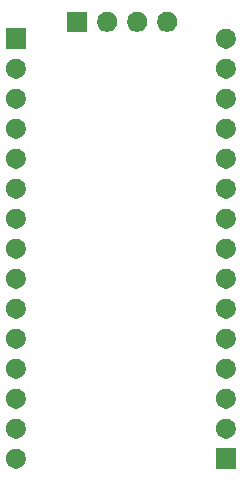
<source format=gbs>
G04 #@! TF.GenerationSoftware,KiCad,Pcbnew,9.0.7*
G04 #@! TF.CreationDate,2026-02-04T18:18:03+11:00*
G04 #@! TF.ProjectId,g3507-base,67333530-372d-4626-9173-652e6b696361,rev?*
G04 #@! TF.SameCoordinates,Original*
G04 #@! TF.FileFunction,Soldermask,Bot*
G04 #@! TF.FilePolarity,Negative*
%FSLAX46Y46*%
G04 Gerber Fmt 4.6, Leading zero omitted, Abs format (unit mm)*
G04 Created by KiCad (PCBNEW 9.0.7) date 2026-02-04 18:18:03*
%MOMM*%
%LPD*%
G01*
G04 APERTURE LIST*
G04 APERTURE END LIST*
G36*
X127850000Y-94830000D02*
G01*
X126150000Y-94830000D01*
X126150000Y-93130000D01*
X127850000Y-93130000D01*
X127850000Y-94830000D01*
G37*
G36*
X109466742Y-93166601D02*
G01*
X109620687Y-93230367D01*
X109759234Y-93322941D01*
X109877059Y-93440766D01*
X109969633Y-93579313D01*
X110033399Y-93733258D01*
X110065907Y-93896685D01*
X110065907Y-94063315D01*
X110033399Y-94226742D01*
X109969633Y-94380687D01*
X109877059Y-94519234D01*
X109759234Y-94637059D01*
X109620687Y-94729633D01*
X109466742Y-94793399D01*
X109303315Y-94825907D01*
X109136685Y-94825907D01*
X108973258Y-94793399D01*
X108819313Y-94729633D01*
X108680766Y-94637059D01*
X108562941Y-94519234D01*
X108470367Y-94380687D01*
X108406601Y-94226742D01*
X108374093Y-94063315D01*
X108374093Y-93896685D01*
X108406601Y-93733258D01*
X108470367Y-93579313D01*
X108562941Y-93440766D01*
X108680766Y-93322941D01*
X108819313Y-93230367D01*
X108973258Y-93166601D01*
X109136685Y-93134093D01*
X109303315Y-93134093D01*
X109466742Y-93166601D01*
G37*
G36*
X109466742Y-90626601D02*
G01*
X109620687Y-90690367D01*
X109759234Y-90782941D01*
X109877059Y-90900766D01*
X109969633Y-91039313D01*
X110033399Y-91193258D01*
X110065907Y-91356685D01*
X110065907Y-91523315D01*
X110033399Y-91686742D01*
X109969633Y-91840687D01*
X109877059Y-91979234D01*
X109759234Y-92097059D01*
X109620687Y-92189633D01*
X109466742Y-92253399D01*
X109303315Y-92285907D01*
X109136685Y-92285907D01*
X108973258Y-92253399D01*
X108819313Y-92189633D01*
X108680766Y-92097059D01*
X108562941Y-91979234D01*
X108470367Y-91840687D01*
X108406601Y-91686742D01*
X108374093Y-91523315D01*
X108374093Y-91356685D01*
X108406601Y-91193258D01*
X108470367Y-91039313D01*
X108562941Y-90900766D01*
X108680766Y-90782941D01*
X108819313Y-90690367D01*
X108973258Y-90626601D01*
X109136685Y-90594093D01*
X109303315Y-90594093D01*
X109466742Y-90626601D01*
G37*
G36*
X127246742Y-90626601D02*
G01*
X127400687Y-90690367D01*
X127539234Y-90782941D01*
X127657059Y-90900766D01*
X127749633Y-91039313D01*
X127813399Y-91193258D01*
X127845907Y-91356685D01*
X127845907Y-91523315D01*
X127813399Y-91686742D01*
X127749633Y-91840687D01*
X127657059Y-91979234D01*
X127539234Y-92097059D01*
X127400687Y-92189633D01*
X127246742Y-92253399D01*
X127083315Y-92285907D01*
X126916685Y-92285907D01*
X126753258Y-92253399D01*
X126599313Y-92189633D01*
X126460766Y-92097059D01*
X126342941Y-91979234D01*
X126250367Y-91840687D01*
X126186601Y-91686742D01*
X126154093Y-91523315D01*
X126154093Y-91356685D01*
X126186601Y-91193258D01*
X126250367Y-91039313D01*
X126342941Y-90900766D01*
X126460766Y-90782941D01*
X126599313Y-90690367D01*
X126753258Y-90626601D01*
X126916685Y-90594093D01*
X127083315Y-90594093D01*
X127246742Y-90626601D01*
G37*
G36*
X109466742Y-88086601D02*
G01*
X109620687Y-88150367D01*
X109759234Y-88242941D01*
X109877059Y-88360766D01*
X109969633Y-88499313D01*
X110033399Y-88653258D01*
X110065907Y-88816685D01*
X110065907Y-88983315D01*
X110033399Y-89146742D01*
X109969633Y-89300687D01*
X109877059Y-89439234D01*
X109759234Y-89557059D01*
X109620687Y-89649633D01*
X109466742Y-89713399D01*
X109303315Y-89745907D01*
X109136685Y-89745907D01*
X108973258Y-89713399D01*
X108819313Y-89649633D01*
X108680766Y-89557059D01*
X108562941Y-89439234D01*
X108470367Y-89300687D01*
X108406601Y-89146742D01*
X108374093Y-88983315D01*
X108374093Y-88816685D01*
X108406601Y-88653258D01*
X108470367Y-88499313D01*
X108562941Y-88360766D01*
X108680766Y-88242941D01*
X108819313Y-88150367D01*
X108973258Y-88086601D01*
X109136685Y-88054093D01*
X109303315Y-88054093D01*
X109466742Y-88086601D01*
G37*
G36*
X127246742Y-88086601D02*
G01*
X127400687Y-88150367D01*
X127539234Y-88242941D01*
X127657059Y-88360766D01*
X127749633Y-88499313D01*
X127813399Y-88653258D01*
X127845907Y-88816685D01*
X127845907Y-88983315D01*
X127813399Y-89146742D01*
X127749633Y-89300687D01*
X127657059Y-89439234D01*
X127539234Y-89557059D01*
X127400687Y-89649633D01*
X127246742Y-89713399D01*
X127083315Y-89745907D01*
X126916685Y-89745907D01*
X126753258Y-89713399D01*
X126599313Y-89649633D01*
X126460766Y-89557059D01*
X126342941Y-89439234D01*
X126250367Y-89300687D01*
X126186601Y-89146742D01*
X126154093Y-88983315D01*
X126154093Y-88816685D01*
X126186601Y-88653258D01*
X126250367Y-88499313D01*
X126342941Y-88360766D01*
X126460766Y-88242941D01*
X126599313Y-88150367D01*
X126753258Y-88086601D01*
X126916685Y-88054093D01*
X127083315Y-88054093D01*
X127246742Y-88086601D01*
G37*
G36*
X109466742Y-85546601D02*
G01*
X109620687Y-85610367D01*
X109759234Y-85702941D01*
X109877059Y-85820766D01*
X109969633Y-85959313D01*
X110033399Y-86113258D01*
X110065907Y-86276685D01*
X110065907Y-86443315D01*
X110033399Y-86606742D01*
X109969633Y-86760687D01*
X109877059Y-86899234D01*
X109759234Y-87017059D01*
X109620687Y-87109633D01*
X109466742Y-87173399D01*
X109303315Y-87205907D01*
X109136685Y-87205907D01*
X108973258Y-87173399D01*
X108819313Y-87109633D01*
X108680766Y-87017059D01*
X108562941Y-86899234D01*
X108470367Y-86760687D01*
X108406601Y-86606742D01*
X108374093Y-86443315D01*
X108374093Y-86276685D01*
X108406601Y-86113258D01*
X108470367Y-85959313D01*
X108562941Y-85820766D01*
X108680766Y-85702941D01*
X108819313Y-85610367D01*
X108973258Y-85546601D01*
X109136685Y-85514093D01*
X109303315Y-85514093D01*
X109466742Y-85546601D01*
G37*
G36*
X127246742Y-85546601D02*
G01*
X127400687Y-85610367D01*
X127539234Y-85702941D01*
X127657059Y-85820766D01*
X127749633Y-85959313D01*
X127813399Y-86113258D01*
X127845907Y-86276685D01*
X127845907Y-86443315D01*
X127813399Y-86606742D01*
X127749633Y-86760687D01*
X127657059Y-86899234D01*
X127539234Y-87017059D01*
X127400687Y-87109633D01*
X127246742Y-87173399D01*
X127083315Y-87205907D01*
X126916685Y-87205907D01*
X126753258Y-87173399D01*
X126599313Y-87109633D01*
X126460766Y-87017059D01*
X126342941Y-86899234D01*
X126250367Y-86760687D01*
X126186601Y-86606742D01*
X126154093Y-86443315D01*
X126154093Y-86276685D01*
X126186601Y-86113258D01*
X126250367Y-85959313D01*
X126342941Y-85820766D01*
X126460766Y-85702941D01*
X126599313Y-85610367D01*
X126753258Y-85546601D01*
X126916685Y-85514093D01*
X127083315Y-85514093D01*
X127246742Y-85546601D01*
G37*
G36*
X109466742Y-83006601D02*
G01*
X109620687Y-83070367D01*
X109759234Y-83162941D01*
X109877059Y-83280766D01*
X109969633Y-83419313D01*
X110033399Y-83573258D01*
X110065907Y-83736685D01*
X110065907Y-83903315D01*
X110033399Y-84066742D01*
X109969633Y-84220687D01*
X109877059Y-84359234D01*
X109759234Y-84477059D01*
X109620687Y-84569633D01*
X109466742Y-84633399D01*
X109303315Y-84665907D01*
X109136685Y-84665907D01*
X108973258Y-84633399D01*
X108819313Y-84569633D01*
X108680766Y-84477059D01*
X108562941Y-84359234D01*
X108470367Y-84220687D01*
X108406601Y-84066742D01*
X108374093Y-83903315D01*
X108374093Y-83736685D01*
X108406601Y-83573258D01*
X108470367Y-83419313D01*
X108562941Y-83280766D01*
X108680766Y-83162941D01*
X108819313Y-83070367D01*
X108973258Y-83006601D01*
X109136685Y-82974093D01*
X109303315Y-82974093D01*
X109466742Y-83006601D01*
G37*
G36*
X127246742Y-83006601D02*
G01*
X127400687Y-83070367D01*
X127539234Y-83162941D01*
X127657059Y-83280766D01*
X127749633Y-83419313D01*
X127813399Y-83573258D01*
X127845907Y-83736685D01*
X127845907Y-83903315D01*
X127813399Y-84066742D01*
X127749633Y-84220687D01*
X127657059Y-84359234D01*
X127539234Y-84477059D01*
X127400687Y-84569633D01*
X127246742Y-84633399D01*
X127083315Y-84665907D01*
X126916685Y-84665907D01*
X126753258Y-84633399D01*
X126599313Y-84569633D01*
X126460766Y-84477059D01*
X126342941Y-84359234D01*
X126250367Y-84220687D01*
X126186601Y-84066742D01*
X126154093Y-83903315D01*
X126154093Y-83736685D01*
X126186601Y-83573258D01*
X126250367Y-83419313D01*
X126342941Y-83280766D01*
X126460766Y-83162941D01*
X126599313Y-83070367D01*
X126753258Y-83006601D01*
X126916685Y-82974093D01*
X127083315Y-82974093D01*
X127246742Y-83006601D01*
G37*
G36*
X109466742Y-80466601D02*
G01*
X109620687Y-80530367D01*
X109759234Y-80622941D01*
X109877059Y-80740766D01*
X109969633Y-80879313D01*
X110033399Y-81033258D01*
X110065907Y-81196685D01*
X110065907Y-81363315D01*
X110033399Y-81526742D01*
X109969633Y-81680687D01*
X109877059Y-81819234D01*
X109759234Y-81937059D01*
X109620687Y-82029633D01*
X109466742Y-82093399D01*
X109303315Y-82125907D01*
X109136685Y-82125907D01*
X108973258Y-82093399D01*
X108819313Y-82029633D01*
X108680766Y-81937059D01*
X108562941Y-81819234D01*
X108470367Y-81680687D01*
X108406601Y-81526742D01*
X108374093Y-81363315D01*
X108374093Y-81196685D01*
X108406601Y-81033258D01*
X108470367Y-80879313D01*
X108562941Y-80740766D01*
X108680766Y-80622941D01*
X108819313Y-80530367D01*
X108973258Y-80466601D01*
X109136685Y-80434093D01*
X109303315Y-80434093D01*
X109466742Y-80466601D01*
G37*
G36*
X127246742Y-80466601D02*
G01*
X127400687Y-80530367D01*
X127539234Y-80622941D01*
X127657059Y-80740766D01*
X127749633Y-80879313D01*
X127813399Y-81033258D01*
X127845907Y-81196685D01*
X127845907Y-81363315D01*
X127813399Y-81526742D01*
X127749633Y-81680687D01*
X127657059Y-81819234D01*
X127539234Y-81937059D01*
X127400687Y-82029633D01*
X127246742Y-82093399D01*
X127083315Y-82125907D01*
X126916685Y-82125907D01*
X126753258Y-82093399D01*
X126599313Y-82029633D01*
X126460766Y-81937059D01*
X126342941Y-81819234D01*
X126250367Y-81680687D01*
X126186601Y-81526742D01*
X126154093Y-81363315D01*
X126154093Y-81196685D01*
X126186601Y-81033258D01*
X126250367Y-80879313D01*
X126342941Y-80740766D01*
X126460766Y-80622941D01*
X126599313Y-80530367D01*
X126753258Y-80466601D01*
X126916685Y-80434093D01*
X127083315Y-80434093D01*
X127246742Y-80466601D01*
G37*
G36*
X109466742Y-77926601D02*
G01*
X109620687Y-77990367D01*
X109759234Y-78082941D01*
X109877059Y-78200766D01*
X109969633Y-78339313D01*
X110033399Y-78493258D01*
X110065907Y-78656685D01*
X110065907Y-78823315D01*
X110033399Y-78986742D01*
X109969633Y-79140687D01*
X109877059Y-79279234D01*
X109759234Y-79397059D01*
X109620687Y-79489633D01*
X109466742Y-79553399D01*
X109303315Y-79585907D01*
X109136685Y-79585907D01*
X108973258Y-79553399D01*
X108819313Y-79489633D01*
X108680766Y-79397059D01*
X108562941Y-79279234D01*
X108470367Y-79140687D01*
X108406601Y-78986742D01*
X108374093Y-78823315D01*
X108374093Y-78656685D01*
X108406601Y-78493258D01*
X108470367Y-78339313D01*
X108562941Y-78200766D01*
X108680766Y-78082941D01*
X108819313Y-77990367D01*
X108973258Y-77926601D01*
X109136685Y-77894093D01*
X109303315Y-77894093D01*
X109466742Y-77926601D01*
G37*
G36*
X127246742Y-77926601D02*
G01*
X127400687Y-77990367D01*
X127539234Y-78082941D01*
X127657059Y-78200766D01*
X127749633Y-78339313D01*
X127813399Y-78493258D01*
X127845907Y-78656685D01*
X127845907Y-78823315D01*
X127813399Y-78986742D01*
X127749633Y-79140687D01*
X127657059Y-79279234D01*
X127539234Y-79397059D01*
X127400687Y-79489633D01*
X127246742Y-79553399D01*
X127083315Y-79585907D01*
X126916685Y-79585907D01*
X126753258Y-79553399D01*
X126599313Y-79489633D01*
X126460766Y-79397059D01*
X126342941Y-79279234D01*
X126250367Y-79140687D01*
X126186601Y-78986742D01*
X126154093Y-78823315D01*
X126154093Y-78656685D01*
X126186601Y-78493258D01*
X126250367Y-78339313D01*
X126342941Y-78200766D01*
X126460766Y-78082941D01*
X126599313Y-77990367D01*
X126753258Y-77926601D01*
X126916685Y-77894093D01*
X127083315Y-77894093D01*
X127246742Y-77926601D01*
G37*
G36*
X109466742Y-75386601D02*
G01*
X109620687Y-75450367D01*
X109759234Y-75542941D01*
X109877059Y-75660766D01*
X109969633Y-75799313D01*
X110033399Y-75953258D01*
X110065907Y-76116685D01*
X110065907Y-76283315D01*
X110033399Y-76446742D01*
X109969633Y-76600687D01*
X109877059Y-76739234D01*
X109759234Y-76857059D01*
X109620687Y-76949633D01*
X109466742Y-77013399D01*
X109303315Y-77045907D01*
X109136685Y-77045907D01*
X108973258Y-77013399D01*
X108819313Y-76949633D01*
X108680766Y-76857059D01*
X108562941Y-76739234D01*
X108470367Y-76600687D01*
X108406601Y-76446742D01*
X108374093Y-76283315D01*
X108374093Y-76116685D01*
X108406601Y-75953258D01*
X108470367Y-75799313D01*
X108562941Y-75660766D01*
X108680766Y-75542941D01*
X108819313Y-75450367D01*
X108973258Y-75386601D01*
X109136685Y-75354093D01*
X109303315Y-75354093D01*
X109466742Y-75386601D01*
G37*
G36*
X127246742Y-75386601D02*
G01*
X127400687Y-75450367D01*
X127539234Y-75542941D01*
X127657059Y-75660766D01*
X127749633Y-75799313D01*
X127813399Y-75953258D01*
X127845907Y-76116685D01*
X127845907Y-76283315D01*
X127813399Y-76446742D01*
X127749633Y-76600687D01*
X127657059Y-76739234D01*
X127539234Y-76857059D01*
X127400687Y-76949633D01*
X127246742Y-77013399D01*
X127083315Y-77045907D01*
X126916685Y-77045907D01*
X126753258Y-77013399D01*
X126599313Y-76949633D01*
X126460766Y-76857059D01*
X126342941Y-76739234D01*
X126250367Y-76600687D01*
X126186601Y-76446742D01*
X126154093Y-76283315D01*
X126154093Y-76116685D01*
X126186601Y-75953258D01*
X126250367Y-75799313D01*
X126342941Y-75660766D01*
X126460766Y-75542941D01*
X126599313Y-75450367D01*
X126753258Y-75386601D01*
X126916685Y-75354093D01*
X127083315Y-75354093D01*
X127246742Y-75386601D01*
G37*
G36*
X109466742Y-72846601D02*
G01*
X109620687Y-72910367D01*
X109759234Y-73002941D01*
X109877059Y-73120766D01*
X109969633Y-73259313D01*
X110033399Y-73413258D01*
X110065907Y-73576685D01*
X110065907Y-73743315D01*
X110033399Y-73906742D01*
X109969633Y-74060687D01*
X109877059Y-74199234D01*
X109759234Y-74317059D01*
X109620687Y-74409633D01*
X109466742Y-74473399D01*
X109303315Y-74505907D01*
X109136685Y-74505907D01*
X108973258Y-74473399D01*
X108819313Y-74409633D01*
X108680766Y-74317059D01*
X108562941Y-74199234D01*
X108470367Y-74060687D01*
X108406601Y-73906742D01*
X108374093Y-73743315D01*
X108374093Y-73576685D01*
X108406601Y-73413258D01*
X108470367Y-73259313D01*
X108562941Y-73120766D01*
X108680766Y-73002941D01*
X108819313Y-72910367D01*
X108973258Y-72846601D01*
X109136685Y-72814093D01*
X109303315Y-72814093D01*
X109466742Y-72846601D01*
G37*
G36*
X127246742Y-72846601D02*
G01*
X127400687Y-72910367D01*
X127539234Y-73002941D01*
X127657059Y-73120766D01*
X127749633Y-73259313D01*
X127813399Y-73413258D01*
X127845907Y-73576685D01*
X127845907Y-73743315D01*
X127813399Y-73906742D01*
X127749633Y-74060687D01*
X127657059Y-74199234D01*
X127539234Y-74317059D01*
X127400687Y-74409633D01*
X127246742Y-74473399D01*
X127083315Y-74505907D01*
X126916685Y-74505907D01*
X126753258Y-74473399D01*
X126599313Y-74409633D01*
X126460766Y-74317059D01*
X126342941Y-74199234D01*
X126250367Y-74060687D01*
X126186601Y-73906742D01*
X126154093Y-73743315D01*
X126154093Y-73576685D01*
X126186601Y-73413258D01*
X126250367Y-73259313D01*
X126342941Y-73120766D01*
X126460766Y-73002941D01*
X126599313Y-72910367D01*
X126753258Y-72846601D01*
X126916685Y-72814093D01*
X127083315Y-72814093D01*
X127246742Y-72846601D01*
G37*
G36*
X109466742Y-70306601D02*
G01*
X109620687Y-70370367D01*
X109759234Y-70462941D01*
X109877059Y-70580766D01*
X109969633Y-70719313D01*
X110033399Y-70873258D01*
X110065907Y-71036685D01*
X110065907Y-71203315D01*
X110033399Y-71366742D01*
X109969633Y-71520687D01*
X109877059Y-71659234D01*
X109759234Y-71777059D01*
X109620687Y-71869633D01*
X109466742Y-71933399D01*
X109303315Y-71965907D01*
X109136685Y-71965907D01*
X108973258Y-71933399D01*
X108819313Y-71869633D01*
X108680766Y-71777059D01*
X108562941Y-71659234D01*
X108470367Y-71520687D01*
X108406601Y-71366742D01*
X108374093Y-71203315D01*
X108374093Y-71036685D01*
X108406601Y-70873258D01*
X108470367Y-70719313D01*
X108562941Y-70580766D01*
X108680766Y-70462941D01*
X108819313Y-70370367D01*
X108973258Y-70306601D01*
X109136685Y-70274093D01*
X109303315Y-70274093D01*
X109466742Y-70306601D01*
G37*
G36*
X127246742Y-70306601D02*
G01*
X127400687Y-70370367D01*
X127539234Y-70462941D01*
X127657059Y-70580766D01*
X127749633Y-70719313D01*
X127813399Y-70873258D01*
X127845907Y-71036685D01*
X127845907Y-71203315D01*
X127813399Y-71366742D01*
X127749633Y-71520687D01*
X127657059Y-71659234D01*
X127539234Y-71777059D01*
X127400687Y-71869633D01*
X127246742Y-71933399D01*
X127083315Y-71965907D01*
X126916685Y-71965907D01*
X126753258Y-71933399D01*
X126599313Y-71869633D01*
X126460766Y-71777059D01*
X126342941Y-71659234D01*
X126250367Y-71520687D01*
X126186601Y-71366742D01*
X126154093Y-71203315D01*
X126154093Y-71036685D01*
X126186601Y-70873258D01*
X126250367Y-70719313D01*
X126342941Y-70580766D01*
X126460766Y-70462941D01*
X126599313Y-70370367D01*
X126753258Y-70306601D01*
X126916685Y-70274093D01*
X127083315Y-70274093D01*
X127246742Y-70306601D01*
G37*
G36*
X109466742Y-67766601D02*
G01*
X109620687Y-67830367D01*
X109759234Y-67922941D01*
X109877059Y-68040766D01*
X109969633Y-68179313D01*
X110033399Y-68333258D01*
X110065907Y-68496685D01*
X110065907Y-68663315D01*
X110033399Y-68826742D01*
X109969633Y-68980687D01*
X109877059Y-69119234D01*
X109759234Y-69237059D01*
X109620687Y-69329633D01*
X109466742Y-69393399D01*
X109303315Y-69425907D01*
X109136685Y-69425907D01*
X108973258Y-69393399D01*
X108819313Y-69329633D01*
X108680766Y-69237059D01*
X108562941Y-69119234D01*
X108470367Y-68980687D01*
X108406601Y-68826742D01*
X108374093Y-68663315D01*
X108374093Y-68496685D01*
X108406601Y-68333258D01*
X108470367Y-68179313D01*
X108562941Y-68040766D01*
X108680766Y-67922941D01*
X108819313Y-67830367D01*
X108973258Y-67766601D01*
X109136685Y-67734093D01*
X109303315Y-67734093D01*
X109466742Y-67766601D01*
G37*
G36*
X127246742Y-67766601D02*
G01*
X127400687Y-67830367D01*
X127539234Y-67922941D01*
X127657059Y-68040766D01*
X127749633Y-68179313D01*
X127813399Y-68333258D01*
X127845907Y-68496685D01*
X127845907Y-68663315D01*
X127813399Y-68826742D01*
X127749633Y-68980687D01*
X127657059Y-69119234D01*
X127539234Y-69237059D01*
X127400687Y-69329633D01*
X127246742Y-69393399D01*
X127083315Y-69425907D01*
X126916685Y-69425907D01*
X126753258Y-69393399D01*
X126599313Y-69329633D01*
X126460766Y-69237059D01*
X126342941Y-69119234D01*
X126250367Y-68980687D01*
X126186601Y-68826742D01*
X126154093Y-68663315D01*
X126154093Y-68496685D01*
X126186601Y-68333258D01*
X126250367Y-68179313D01*
X126342941Y-68040766D01*
X126460766Y-67922941D01*
X126599313Y-67830367D01*
X126753258Y-67766601D01*
X126916685Y-67734093D01*
X127083315Y-67734093D01*
X127246742Y-67766601D01*
G37*
G36*
X109466742Y-65226601D02*
G01*
X109620687Y-65290367D01*
X109759234Y-65382941D01*
X109877059Y-65500766D01*
X109969633Y-65639313D01*
X110033399Y-65793258D01*
X110065907Y-65956685D01*
X110065907Y-66123315D01*
X110033399Y-66286742D01*
X109969633Y-66440687D01*
X109877059Y-66579234D01*
X109759234Y-66697059D01*
X109620687Y-66789633D01*
X109466742Y-66853399D01*
X109303315Y-66885907D01*
X109136685Y-66885907D01*
X108973258Y-66853399D01*
X108819313Y-66789633D01*
X108680766Y-66697059D01*
X108562941Y-66579234D01*
X108470367Y-66440687D01*
X108406601Y-66286742D01*
X108374093Y-66123315D01*
X108374093Y-65956685D01*
X108406601Y-65793258D01*
X108470367Y-65639313D01*
X108562941Y-65500766D01*
X108680766Y-65382941D01*
X108819313Y-65290367D01*
X108973258Y-65226601D01*
X109136685Y-65194093D01*
X109303315Y-65194093D01*
X109466742Y-65226601D01*
G37*
G36*
X127246742Y-65226601D02*
G01*
X127400687Y-65290367D01*
X127539234Y-65382941D01*
X127657059Y-65500766D01*
X127749633Y-65639313D01*
X127813399Y-65793258D01*
X127845907Y-65956685D01*
X127845907Y-66123315D01*
X127813399Y-66286742D01*
X127749633Y-66440687D01*
X127657059Y-66579234D01*
X127539234Y-66697059D01*
X127400687Y-66789633D01*
X127246742Y-66853399D01*
X127083315Y-66885907D01*
X126916685Y-66885907D01*
X126753258Y-66853399D01*
X126599313Y-66789633D01*
X126460766Y-66697059D01*
X126342941Y-66579234D01*
X126250367Y-66440687D01*
X126186601Y-66286742D01*
X126154093Y-66123315D01*
X126154093Y-65956685D01*
X126186601Y-65793258D01*
X126250367Y-65639313D01*
X126342941Y-65500766D01*
X126460766Y-65382941D01*
X126599313Y-65290367D01*
X126753258Y-65226601D01*
X126916685Y-65194093D01*
X127083315Y-65194093D01*
X127246742Y-65226601D01*
G37*
G36*
X109466742Y-62686601D02*
G01*
X109620687Y-62750367D01*
X109759234Y-62842941D01*
X109877059Y-62960766D01*
X109969633Y-63099313D01*
X110033399Y-63253258D01*
X110065907Y-63416685D01*
X110065907Y-63583315D01*
X110033399Y-63746742D01*
X109969633Y-63900687D01*
X109877059Y-64039234D01*
X109759234Y-64157059D01*
X109620687Y-64249633D01*
X109466742Y-64313399D01*
X109303315Y-64345907D01*
X109136685Y-64345907D01*
X108973258Y-64313399D01*
X108819313Y-64249633D01*
X108680766Y-64157059D01*
X108562941Y-64039234D01*
X108470367Y-63900687D01*
X108406601Y-63746742D01*
X108374093Y-63583315D01*
X108374093Y-63416685D01*
X108406601Y-63253258D01*
X108470367Y-63099313D01*
X108562941Y-62960766D01*
X108680766Y-62842941D01*
X108819313Y-62750367D01*
X108973258Y-62686601D01*
X109136685Y-62654093D01*
X109303315Y-62654093D01*
X109466742Y-62686601D01*
G37*
G36*
X127246742Y-62686601D02*
G01*
X127400687Y-62750367D01*
X127539234Y-62842941D01*
X127657059Y-62960766D01*
X127749633Y-63099313D01*
X127813399Y-63253258D01*
X127845907Y-63416685D01*
X127845907Y-63583315D01*
X127813399Y-63746742D01*
X127749633Y-63900687D01*
X127657059Y-64039234D01*
X127539234Y-64157059D01*
X127400687Y-64249633D01*
X127246742Y-64313399D01*
X127083315Y-64345907D01*
X126916685Y-64345907D01*
X126753258Y-64313399D01*
X126599313Y-64249633D01*
X126460766Y-64157059D01*
X126342941Y-64039234D01*
X126250367Y-63900687D01*
X126186601Y-63746742D01*
X126154093Y-63583315D01*
X126154093Y-63416685D01*
X126186601Y-63253258D01*
X126250367Y-63099313D01*
X126342941Y-62960766D01*
X126460766Y-62842941D01*
X126599313Y-62750367D01*
X126753258Y-62686601D01*
X126916685Y-62654093D01*
X127083315Y-62654093D01*
X127246742Y-62686601D01*
G37*
G36*
X109466742Y-60146601D02*
G01*
X109620687Y-60210367D01*
X109759234Y-60302941D01*
X109877059Y-60420766D01*
X109969633Y-60559313D01*
X110033399Y-60713258D01*
X110065907Y-60876685D01*
X110065907Y-61043315D01*
X110033399Y-61206742D01*
X109969633Y-61360687D01*
X109877059Y-61499234D01*
X109759234Y-61617059D01*
X109620687Y-61709633D01*
X109466742Y-61773399D01*
X109303315Y-61805907D01*
X109136685Y-61805907D01*
X108973258Y-61773399D01*
X108819313Y-61709633D01*
X108680766Y-61617059D01*
X108562941Y-61499234D01*
X108470367Y-61360687D01*
X108406601Y-61206742D01*
X108374093Y-61043315D01*
X108374093Y-60876685D01*
X108406601Y-60713258D01*
X108470367Y-60559313D01*
X108562941Y-60420766D01*
X108680766Y-60302941D01*
X108819313Y-60210367D01*
X108973258Y-60146601D01*
X109136685Y-60114093D01*
X109303315Y-60114093D01*
X109466742Y-60146601D01*
G37*
G36*
X127246742Y-60146601D02*
G01*
X127400687Y-60210367D01*
X127539234Y-60302941D01*
X127657059Y-60420766D01*
X127749633Y-60559313D01*
X127813399Y-60713258D01*
X127845907Y-60876685D01*
X127845907Y-61043315D01*
X127813399Y-61206742D01*
X127749633Y-61360687D01*
X127657059Y-61499234D01*
X127539234Y-61617059D01*
X127400687Y-61709633D01*
X127246742Y-61773399D01*
X127083315Y-61805907D01*
X126916685Y-61805907D01*
X126753258Y-61773399D01*
X126599313Y-61709633D01*
X126460766Y-61617059D01*
X126342941Y-61499234D01*
X126250367Y-61360687D01*
X126186601Y-61206742D01*
X126154093Y-61043315D01*
X126154093Y-60876685D01*
X126186601Y-60713258D01*
X126250367Y-60559313D01*
X126342941Y-60420766D01*
X126460766Y-60302941D01*
X126599313Y-60210367D01*
X126753258Y-60146601D01*
X126916685Y-60114093D01*
X127083315Y-60114093D01*
X127246742Y-60146601D01*
G37*
G36*
X110070000Y-59270000D02*
G01*
X108370000Y-59270000D01*
X108370000Y-57570000D01*
X110070000Y-57570000D01*
X110070000Y-59270000D01*
G37*
G36*
X127246742Y-57606601D02*
G01*
X127400687Y-57670367D01*
X127539234Y-57762941D01*
X127657059Y-57880766D01*
X127749633Y-58019313D01*
X127813399Y-58173258D01*
X127845907Y-58336685D01*
X127845907Y-58503315D01*
X127813399Y-58666742D01*
X127749633Y-58820687D01*
X127657059Y-58959234D01*
X127539234Y-59077059D01*
X127400687Y-59169633D01*
X127246742Y-59233399D01*
X127083315Y-59265907D01*
X126916685Y-59265907D01*
X126753258Y-59233399D01*
X126599313Y-59169633D01*
X126460766Y-59077059D01*
X126342941Y-58959234D01*
X126250367Y-58820687D01*
X126186601Y-58666742D01*
X126154093Y-58503315D01*
X126154093Y-58336685D01*
X126186601Y-58173258D01*
X126250367Y-58019313D01*
X126342941Y-57880766D01*
X126460766Y-57762941D01*
X126599313Y-57670367D01*
X126753258Y-57606601D01*
X126916685Y-57574093D01*
X127083315Y-57574093D01*
X127246742Y-57606601D01*
G37*
G36*
X115270000Y-57850000D02*
G01*
X113570000Y-57850000D01*
X113570000Y-56150000D01*
X115270000Y-56150000D01*
X115270000Y-57850000D01*
G37*
G36*
X117206742Y-56186601D02*
G01*
X117360687Y-56250367D01*
X117499234Y-56342941D01*
X117617059Y-56460766D01*
X117709633Y-56599313D01*
X117773399Y-56753258D01*
X117805907Y-56916685D01*
X117805907Y-57083315D01*
X117773399Y-57246742D01*
X117709633Y-57400687D01*
X117617059Y-57539234D01*
X117499234Y-57657059D01*
X117360687Y-57749633D01*
X117206742Y-57813399D01*
X117043315Y-57845907D01*
X116876685Y-57845907D01*
X116713258Y-57813399D01*
X116559313Y-57749633D01*
X116420766Y-57657059D01*
X116302941Y-57539234D01*
X116210367Y-57400687D01*
X116146601Y-57246742D01*
X116114093Y-57083315D01*
X116114093Y-56916685D01*
X116146601Y-56753258D01*
X116210367Y-56599313D01*
X116302941Y-56460766D01*
X116420766Y-56342941D01*
X116559313Y-56250367D01*
X116713258Y-56186601D01*
X116876685Y-56154093D01*
X117043315Y-56154093D01*
X117206742Y-56186601D01*
G37*
G36*
X119746742Y-56186601D02*
G01*
X119900687Y-56250367D01*
X120039234Y-56342941D01*
X120157059Y-56460766D01*
X120249633Y-56599313D01*
X120313399Y-56753258D01*
X120345907Y-56916685D01*
X120345907Y-57083315D01*
X120313399Y-57246742D01*
X120249633Y-57400687D01*
X120157059Y-57539234D01*
X120039234Y-57657059D01*
X119900687Y-57749633D01*
X119746742Y-57813399D01*
X119583315Y-57845907D01*
X119416685Y-57845907D01*
X119253258Y-57813399D01*
X119099313Y-57749633D01*
X118960766Y-57657059D01*
X118842941Y-57539234D01*
X118750367Y-57400687D01*
X118686601Y-57246742D01*
X118654093Y-57083315D01*
X118654093Y-56916685D01*
X118686601Y-56753258D01*
X118750367Y-56599313D01*
X118842941Y-56460766D01*
X118960766Y-56342941D01*
X119099313Y-56250367D01*
X119253258Y-56186601D01*
X119416685Y-56154093D01*
X119583315Y-56154093D01*
X119746742Y-56186601D01*
G37*
G36*
X122286742Y-56186601D02*
G01*
X122440687Y-56250367D01*
X122579234Y-56342941D01*
X122697059Y-56460766D01*
X122789633Y-56599313D01*
X122853399Y-56753258D01*
X122885907Y-56916685D01*
X122885907Y-57083315D01*
X122853399Y-57246742D01*
X122789633Y-57400687D01*
X122697059Y-57539234D01*
X122579234Y-57657059D01*
X122440687Y-57749633D01*
X122286742Y-57813399D01*
X122123315Y-57845907D01*
X121956685Y-57845907D01*
X121793258Y-57813399D01*
X121639313Y-57749633D01*
X121500766Y-57657059D01*
X121382941Y-57539234D01*
X121290367Y-57400687D01*
X121226601Y-57246742D01*
X121194093Y-57083315D01*
X121194093Y-56916685D01*
X121226601Y-56753258D01*
X121290367Y-56599313D01*
X121382941Y-56460766D01*
X121500766Y-56342941D01*
X121639313Y-56250367D01*
X121793258Y-56186601D01*
X121956685Y-56154093D01*
X122123315Y-56154093D01*
X122286742Y-56186601D01*
G37*
M02*

</source>
